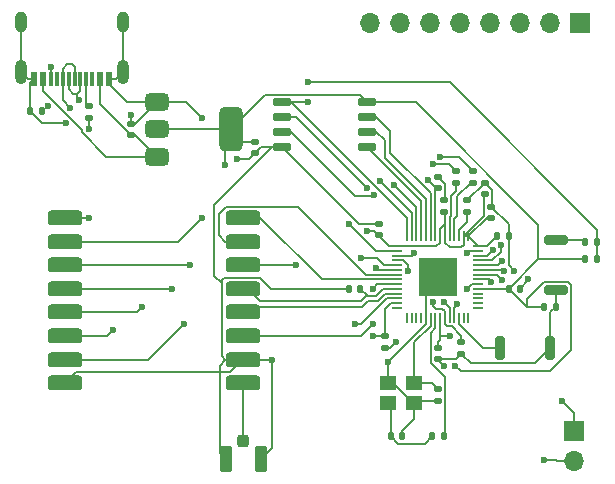
<source format=gbr>
%TF.GenerationSoftware,KiCad,Pcbnew,8.0.4*%
%TF.CreationDate,2024-07-31T14:07:18-04:00*%
%TF.ProjectId,board,626f6172-642e-46b6-9963-61645f706362,rev?*%
%TF.SameCoordinates,Original*%
%TF.FileFunction,Copper,L1,Top*%
%TF.FilePolarity,Positive*%
%FSLAX46Y46*%
G04 Gerber Fmt 4.6, Leading zero omitted, Abs format (unit mm)*
G04 Created by KiCad (PCBNEW 8.0.4) date 2024-07-31 14:07:18*
%MOMM*%
%LPD*%
G01*
G04 APERTURE LIST*
G04 Aperture macros list*
%AMRoundRect*
0 Rectangle with rounded corners*
0 $1 Rounding radius*
0 $2 $3 $4 $5 $6 $7 $8 $9 X,Y pos of 4 corners*
0 Add a 4 corners polygon primitive as box body*
4,1,4,$2,$3,$4,$5,$6,$7,$8,$9,$2,$3,0*
0 Add four circle primitives for the rounded corners*
1,1,$1+$1,$2,$3*
1,1,$1+$1,$4,$5*
1,1,$1+$1,$6,$7*
1,1,$1+$1,$8,$9*
0 Add four rect primitives between the rounded corners*
20,1,$1+$1,$2,$3,$4,$5,0*
20,1,$1+$1,$4,$5,$6,$7,0*
20,1,$1+$1,$6,$7,$8,$9,0*
20,1,$1+$1,$8,$9,$2,$3,0*%
G04 Aperture macros list end*
%TA.AperFunction,ComponentPad*%
%ADD10R,1.700000X1.700000*%
%TD*%
%TA.AperFunction,ComponentPad*%
%ADD11O,1.700000X1.700000*%
%TD*%
%TA.AperFunction,SMDPad,CuDef*%
%ADD12R,1.400000X1.200000*%
%TD*%
%TA.AperFunction,SMDPad,CuDef*%
%ADD13RoundRect,0.317500X-1.157500X-0.317500X1.157500X-0.317500X1.157500X0.317500X-1.157500X0.317500X0*%
%TD*%
%TA.AperFunction,SMDPad,CuDef*%
%ADD14RoundRect,0.375000X-0.625000X-0.375000X0.625000X-0.375000X0.625000X0.375000X-0.625000X0.375000X0*%
%TD*%
%TA.AperFunction,SMDPad,CuDef*%
%ADD15RoundRect,0.500000X-0.500000X-1.400000X0.500000X-1.400000X0.500000X1.400000X-0.500000X1.400000X0*%
%TD*%
%TA.AperFunction,SMDPad,CuDef*%
%ADD16RoundRect,0.200000X0.200000X0.800000X-0.200000X0.800000X-0.200000X-0.800000X0.200000X-0.800000X0*%
%TD*%
%TA.AperFunction,SMDPad,CuDef*%
%ADD17RoundRect,0.200000X0.800000X-0.200000X0.800000X0.200000X-0.800000X0.200000X-0.800000X-0.200000X0*%
%TD*%
%TA.AperFunction,SMDPad,CuDef*%
%ADD18RoundRect,0.135000X0.185000X-0.135000X0.185000X0.135000X-0.185000X0.135000X-0.185000X-0.135000X0*%
%TD*%
%TA.AperFunction,SMDPad,CuDef*%
%ADD19RoundRect,0.135000X-0.135000X-0.185000X0.135000X-0.185000X0.135000X0.185000X-0.135000X0.185000X0*%
%TD*%
%TA.AperFunction,SMDPad,CuDef*%
%ADD20RoundRect,0.135000X0.135000X0.185000X-0.135000X0.185000X-0.135000X-0.185000X0.135000X-0.185000X0*%
%TD*%
%TA.AperFunction,SMDPad,CuDef*%
%ADD21RoundRect,0.250000X-0.250000X0.275000X-0.250000X-0.275000X0.250000X-0.275000X0.250000X0.275000X0*%
%TD*%
%TA.AperFunction,SMDPad,CuDef*%
%ADD22RoundRect,0.250000X-0.275000X0.850000X-0.275000X-0.850000X0.275000X-0.850000X0.275000X0.850000X0*%
%TD*%
%TA.AperFunction,SMDPad,CuDef*%
%ADD23RoundRect,0.140000X0.170000X-0.140000X0.170000X0.140000X-0.170000X0.140000X-0.170000X-0.140000X0*%
%TD*%
%TA.AperFunction,SMDPad,CuDef*%
%ADD24RoundRect,0.140000X0.140000X0.170000X-0.140000X0.170000X-0.140000X-0.170000X0.140000X-0.170000X0*%
%TD*%
%TA.AperFunction,SMDPad,CuDef*%
%ADD25RoundRect,0.140000X-0.140000X-0.170000X0.140000X-0.170000X0.140000X0.170000X-0.140000X0.170000X0*%
%TD*%
%TA.AperFunction,SMDPad,CuDef*%
%ADD26RoundRect,0.140000X-0.170000X0.140000X-0.170000X-0.140000X0.170000X-0.140000X0.170000X0.140000X0*%
%TD*%
%TA.AperFunction,SMDPad,CuDef*%
%ADD27R,0.600000X1.240000*%
%TD*%
%TA.AperFunction,SMDPad,CuDef*%
%ADD28R,0.300000X1.240000*%
%TD*%
%TA.AperFunction,ComponentPad*%
%ADD29O,1.000000X2.100000*%
%TD*%
%TA.AperFunction,ComponentPad*%
%ADD30O,1.000000X1.800000*%
%TD*%
%TA.AperFunction,SMDPad,CuDef*%
%ADD31RoundRect,0.135000X-0.185000X0.135000X-0.185000X-0.135000X0.185000X-0.135000X0.185000X0.135000X0*%
%TD*%
%TA.AperFunction,SMDPad,CuDef*%
%ADD32RoundRect,0.150000X-0.650000X-0.150000X0.650000X-0.150000X0.650000X0.150000X-0.650000X0.150000X0*%
%TD*%
%TA.AperFunction,SMDPad,CuDef*%
%ADD33RoundRect,0.050000X-0.387500X-0.050000X0.387500X-0.050000X0.387500X0.050000X-0.387500X0.050000X0*%
%TD*%
%TA.AperFunction,SMDPad,CuDef*%
%ADD34RoundRect,0.050000X-0.050000X-0.387500X0.050000X-0.387500X0.050000X0.387500X-0.050000X0.387500X0*%
%TD*%
%TA.AperFunction,HeatsinkPad*%
%ADD35R,3.200000X3.200000*%
%TD*%
%TA.AperFunction,ViaPad*%
%ADD36C,0.600000*%
%TD*%
%TA.AperFunction,Conductor*%
%ADD37C,0.200000*%
%TD*%
G04 APERTURE END LIST*
D10*
%TO.P,J3,1,Pin_1*%
%TO.N,Net-(J3-Pin_1)*%
X84040000Y-28500000D03*
D11*
%TO.P,J3,2,Pin_2*%
%TO.N,Net-(J3-Pin_2)*%
X81500000Y-28500000D03*
%TO.P,J3,3,Pin_3*%
%TO.N,Net-(J3-Pin_3)*%
X78960000Y-28500000D03*
%TO.P,J3,4,Pin_4*%
%TO.N,Net-(J3-Pin_4)*%
X76420000Y-28500000D03*
%TO.P,J3,5,Pin_5*%
%TO.N,Net-(J3-Pin_5)*%
X73880000Y-28500000D03*
%TO.P,J3,6,Pin_6*%
%TO.N,Net-(J3-Pin_6)*%
X71340000Y-28500000D03*
%TO.P,J3,7,Pin_7*%
%TO.N,Net-(J3-Pin_7)*%
X68800000Y-28500000D03*
%TO.P,J3,8,Pin_8*%
%TO.N,Net-(J3-Pin_8)*%
X66260000Y-28500000D03*
%TD*%
D12*
%TO.P,Y1,1,1*%
%TO.N,Net-(C15-Pad2)*%
X67800000Y-60700000D03*
%TO.P,Y1,2,2*%
%TO.N,GND*%
X70000000Y-60700000D03*
%TO.P,Y1,3,3*%
%TO.N,Net-(U1-XIN)*%
X70000000Y-59000000D03*
%TO.P,Y1,4,4*%
%TO.N,GND*%
X67800000Y-59000000D03*
%TD*%
D13*
%TO.P,U4,1,GND*%
%TO.N,GND*%
X40450000Y-45000000D03*
%TO.P,U4,2,MISO*%
%TO.N,Net-(U1-GPIO0)*%
X40450000Y-47000000D03*
%TO.P,U4,3,MOSI*%
%TO.N,Net-(U1-GPIO3)*%
X40450000Y-49000000D03*
%TO.P,U4,4,SCK*%
%TO.N,Net-(U1-GPIO2)*%
X40450000Y-51000000D03*
%TO.P,U4,5,NSS*%
%TO.N,Net-(U1-GPIO1)*%
X40450000Y-53000000D03*
%TO.P,U4,6,RESET*%
%TO.N,Net-(U1-GPIO10)*%
X40450000Y-55000000D03*
%TO.P,U4,7,DIO5*%
%TO.N,/DIO5*%
X40450000Y-57000000D03*
%TO.P,U4,8,GND*%
%TO.N,GND*%
X40450000Y-59000000D03*
%TO.P,U4,9,ANT*%
%TO.N,Net-(J1-In)*%
X55500000Y-59000000D03*
%TO.P,U4,10,GND*%
%TO.N,GND*%
X55500000Y-57000000D03*
%TO.P,U4,11,DIO3*%
%TO.N,/DIO3*%
X55500000Y-55000000D03*
%TO.P,U4,12,DIO4*%
%TO.N,/DIO4*%
X55500000Y-53000000D03*
%TO.P,U4,13,3.3V*%
%TO.N,+3V3*%
X55500000Y-51000000D03*
%TO.P,U4,14,DIO0*%
%TO.N,/DIO0*%
X55500000Y-49000000D03*
%TO.P,U4,15,DIO1*%
%TO.N,/DIO1*%
X55500000Y-47000000D03*
%TO.P,U4,16,DIO2*%
%TO.N,/DIO2*%
X55500000Y-45000000D03*
%TD*%
D14*
%TO.P,U3,1,GND*%
%TO.N,GND*%
X48200000Y-35200000D03*
%TO.P,U3,2,VO*%
%TO.N,+3V3*%
X48200000Y-37500000D03*
D15*
X54500000Y-37500000D03*
D14*
%TO.P,U3,3,VI*%
%TO.N,VBUS*%
X48200000Y-39800000D03*
%TD*%
D16*
%TO.P,SW2,1,1*%
%TO.N,GND*%
X81500000Y-56000000D03*
%TO.P,SW2,2,2*%
%TO.N,Net-(U1-RUN)*%
X77300000Y-56000000D03*
%TD*%
D17*
%TO.P,SW1,1,1*%
%TO.N,GND*%
X82000000Y-51100000D03*
%TO.P,SW1,2,2*%
%TO.N,Net-(R6-Pad1)*%
X82000000Y-46900000D03*
%TD*%
D18*
%TO.P,R8,1*%
%TO.N,+3V3*%
X67500000Y-56020000D03*
%TO.P,R8,2*%
%TO.N,Net-(U1-GPIO10)*%
X67500000Y-55000000D03*
%TD*%
D19*
%TO.P,R7,1*%
%TO.N,Net-(C15-Pad2)*%
X71500000Y-63500000D03*
%TO.P,R7,2*%
%TO.N,Net-(U1-XOUT)*%
X72520000Y-63500000D03*
%TD*%
%TO.P,R6,1*%
%TO.N,Net-(R6-Pad1)*%
X84480000Y-47000000D03*
%TO.P,R6,2*%
%TO.N,Net-(U1-QSPI_SS)*%
X85500000Y-47000000D03*
%TD*%
D20*
%TO.P,R5,1*%
%TO.N,Net-(U1-QSPI_SS)*%
X85510000Y-48500000D03*
%TO.P,R5,2*%
%TO.N,+3V3*%
X84490000Y-48500000D03*
%TD*%
D10*
%TO.P,J2,1,Pin_1*%
%TO.N,Net-(J2-Pin_1)*%
X83500000Y-63040000D03*
D11*
%TO.P,J2,2,Pin_2*%
%TO.N,Net-(J2-Pin_2)*%
X83500000Y-65580000D03*
%TD*%
D21*
%TO.P,J1,1,In*%
%TO.N,Net-(J1-In)*%
X55525000Y-63925000D03*
D22*
%TO.P,J1,2,Ext*%
%TO.N,GND*%
X57000000Y-65450000D03*
X54050000Y-65450000D03*
%TD*%
D23*
%TO.P,C16,1*%
%TO.N,GND*%
X72000000Y-60480000D03*
%TO.P,C16,2*%
%TO.N,Net-(U1-XIN)*%
X72000000Y-59520000D03*
%TD*%
D24*
%TO.P,C15,1*%
%TO.N,GND*%
X69000000Y-63500000D03*
%TO.P,C15,2*%
%TO.N,Net-(C15-Pad2)*%
X68040000Y-63500000D03*
%TD*%
D25*
%TO.P,C14,1*%
%TO.N,+3V3*%
X81020000Y-52500000D03*
%TO.P,C14,2*%
%TO.N,GND*%
X81980000Y-52500000D03*
%TD*%
D26*
%TO.P,C13,1*%
%TO.N,+3V3*%
X56500000Y-38540000D03*
%TO.P,C13,2*%
%TO.N,GND*%
X56500000Y-39500000D03*
%TD*%
D23*
%TO.P,C12,1*%
%TO.N,VBUS*%
X46000000Y-37980000D03*
%TO.P,C12,2*%
%TO.N,GND*%
X46000000Y-37020000D03*
%TD*%
D27*
%TO.P,P1,A1,GND*%
%TO.N,GND*%
X44200000Y-33225000D03*
%TO.P,P1,A4,VBUS*%
%TO.N,VBUS*%
X43400000Y-33225000D03*
D28*
%TO.P,P1,A5,CC1*%
%TO.N,Net-(P1-CC1)*%
X42250000Y-33225000D03*
%TO.P,P1,A6,D+*%
%TO.N,Net-(P1-D+-PadA6)*%
X41250000Y-33225000D03*
%TO.P,P1,A7,D-*%
%TO.N,Net-(P1-D--PadA7)*%
X40750000Y-33225000D03*
%TO.P,P1,A8*%
%TO.N,N/C*%
X39750000Y-33225000D03*
D27*
%TO.P,P1,A9,VBUS*%
%TO.N,VBUS*%
X38600000Y-33225000D03*
%TO.P,P1,A12,GND*%
%TO.N,GND*%
X37800000Y-33225000D03*
%TO.P,P1,B1,GND*%
X37800000Y-33225000D03*
%TO.P,P1,B4,VBUS*%
%TO.N,VBUS*%
X38600000Y-33225000D03*
D28*
%TO.P,P1,B5,CC2*%
%TO.N,Net-(P1-CC2)*%
X39250000Y-33225000D03*
%TO.P,P1,B6,D+*%
%TO.N,Net-(P1-D+-PadA6)*%
X40250000Y-33225000D03*
%TO.P,P1,B7,D-*%
%TO.N,Net-(P1-D--PadA7)*%
X41750000Y-33225000D03*
%TO.P,P1,B8*%
%TO.N,N/C*%
X42750000Y-33225000D03*
D27*
%TO.P,P1,B9,VBUS*%
%TO.N,VBUS*%
X43400000Y-33225000D03*
%TO.P,P1,B12,GND*%
%TO.N,GND*%
X44200000Y-33225000D03*
D29*
%TO.P,P1,S1,SHIELD*%
X45320000Y-32625000D03*
D30*
X45320000Y-28425000D03*
D29*
X36680000Y-32625000D03*
D30*
X36680000Y-28425000D03*
%TD*%
D20*
%TO.P,R4,2*%
%TO.N,GND*%
X37480000Y-35980000D03*
%TO.P,R4,1*%
%TO.N,Net-(P1-CC2)*%
X38500000Y-35980000D03*
%TD*%
D31*
%TO.P,R3,1*%
%TO.N,Net-(P1-CC1)*%
X42500000Y-35490000D03*
%TO.P,R3,2*%
%TO.N,GND*%
X42500000Y-36510000D03*
%TD*%
%TO.P,R2,1*%
%TO.N,Net-(P1-D+-PadA6)*%
X73510000Y-40990000D03*
%TO.P,R2,2*%
%TO.N,Net-(U1-USB_DP)*%
X73510000Y-42010000D03*
%TD*%
%TO.P,R1,1*%
%TO.N,Net-(P1-D--PadA7)*%
X75000000Y-40990000D03*
%TO.P,R1,2*%
%TO.N,Net-(U1-USB_DM)*%
X75000000Y-42010000D03*
%TD*%
D23*
%TO.P,C11,1*%
%TO.N,+1V1*%
X74500000Y-44480000D03*
%TO.P,C11,2*%
%TO.N,GND*%
X74500000Y-43520000D03*
%TD*%
%TO.P,C10,1*%
%TO.N,+1V1*%
X72000000Y-42480000D03*
%TO.P,C10,2*%
%TO.N,GND*%
X72000000Y-41520000D03*
%TD*%
D26*
%TO.P,C9,1*%
%TO.N,+1V1*%
X74000000Y-55520000D03*
%TO.P,C9,2*%
%TO.N,GND*%
X74000000Y-56480000D03*
%TD*%
D23*
%TO.P,C8,1*%
%TO.N,+3V3*%
X76000000Y-43000000D03*
%TO.P,C8,2*%
%TO.N,GND*%
X76000000Y-42040000D03*
%TD*%
D26*
%TO.P,C7,1*%
%TO.N,GND*%
X76500000Y-44040000D03*
%TO.P,C7,2*%
%TO.N,+3V3*%
X76500000Y-45000000D03*
%TD*%
%TO.P,C6,1*%
%TO.N,GND*%
X72500000Y-43520000D03*
%TO.P,C6,2*%
%TO.N,+3V3*%
X72500000Y-44480000D03*
%TD*%
%TO.P,C5,1*%
%TO.N,GND*%
X67000000Y-45520000D03*
%TO.P,C5,2*%
%TO.N,+3V3*%
X67000000Y-46480000D03*
%TD*%
D25*
%TO.P,C4,2*%
%TO.N,+3V3*%
X65460000Y-51000000D03*
%TO.P,C4,1*%
%TO.N,GND*%
X64500000Y-51000000D03*
%TD*%
D23*
%TO.P,C3,1*%
%TO.N,GND*%
X72000000Y-56960000D03*
%TO.P,C3,2*%
%TO.N,+3V3*%
X72000000Y-56000000D03*
%TD*%
D24*
%TO.P,C2,1*%
%TO.N,GND*%
X78980000Y-51000000D03*
%TO.P,C2,2*%
%TO.N,+3V3*%
X78020000Y-51000000D03*
%TD*%
%TO.P,C1,1*%
%TO.N,GND*%
X78000000Y-46500000D03*
%TO.P,C1,2*%
%TO.N,+3V3*%
X77040000Y-46500000D03*
%TD*%
D32*
%TO.P,U2,1,~{CS}*%
%TO.N,Net-(U1-QSPI_SS)*%
X58800000Y-35190000D03*
%TO.P,U2,2,DO(IO1)*%
%TO.N,Net-(U1-QSPI_SD1)*%
X58800000Y-36460000D03*
%TO.P,U2,3,IO2*%
%TO.N,Net-(U1-QSPI_SD2)*%
X58800000Y-37730000D03*
%TO.P,U2,4,GND*%
%TO.N,GND*%
X58800000Y-39000000D03*
%TO.P,U2,5,DI(IO0)*%
%TO.N,Net-(U1-QSPI_SD0)*%
X66000000Y-39000000D03*
%TO.P,U2,6,CLK*%
%TO.N,Net-(U1-QSPI_SCLK)*%
X66000000Y-37730000D03*
%TO.P,U2,7,IO3*%
%TO.N,Net-(U1-QSPI_SD3)*%
X66000000Y-36460000D03*
%TO.P,U2,8,VCC*%
%TO.N,+3V3*%
X66000000Y-35190000D03*
%TD*%
D33*
%TO.P,U1,1,IOVDD*%
%TO.N,+3V3*%
X68562500Y-47400000D03*
%TO.P,U1,2,GPIO0*%
%TO.N,Net-(U1-GPIO0)*%
X68562500Y-47800000D03*
%TO.P,U1,3,GPIO1*%
%TO.N,Net-(U1-GPIO1)*%
X68562500Y-48200000D03*
%TO.P,U1,4,GPIO2*%
%TO.N,Net-(U1-GPIO2)*%
X68562500Y-48600000D03*
%TO.P,U1,5,GPIO3*%
%TO.N,Net-(U1-GPIO3)*%
X68562500Y-49000000D03*
%TO.P,U1,6,GPIO4*%
%TO.N,/DIO0*%
X68562500Y-49400000D03*
%TO.P,U1,7,GPIO5*%
%TO.N,/DIO1*%
X68562500Y-49800000D03*
%TO.P,U1,8,GPIO6*%
%TO.N,/DIO2*%
X68562500Y-50200000D03*
%TO.P,U1,9,GPIO7*%
%TO.N,/DIO3*%
X68562500Y-50600000D03*
%TO.P,U1,10,IOVDD*%
%TO.N,+3V3*%
X68562500Y-51000000D03*
%TO.P,U1,11,GPIO8*%
%TO.N,/DIO4*%
X68562500Y-51400000D03*
%TO.P,U1,12,GPIO9*%
%TO.N,/DIO5*%
X68562500Y-51800000D03*
%TO.P,U1,13,GPIO10*%
%TO.N,Net-(U1-GPIO10)*%
X68562500Y-52200000D03*
%TO.P,U1,14,GPIO11*%
%TO.N,unconnected-(U1-GPIO11-Pad14)*%
X68562500Y-52600000D03*
D34*
%TO.P,U1,15,GPIO12*%
%TO.N,unconnected-(U1-GPIO12-Pad15)*%
X69400000Y-53437500D03*
%TO.P,U1,16,GPIO13*%
%TO.N,unconnected-(U1-GPIO13-Pad16)*%
X69800000Y-53437500D03*
%TO.P,U1,17,GPIO14*%
%TO.N,unconnected-(U1-GPIO14-Pad17)*%
X70200000Y-53437500D03*
%TO.P,U1,18,GPIO15*%
%TO.N,unconnected-(U1-GPIO15-Pad18)*%
X70600000Y-53437500D03*
%TO.P,U1,19,TESTEN*%
%TO.N,GND*%
X71000000Y-53437500D03*
%TO.P,U1,20,XIN*%
%TO.N,Net-(U1-XIN)*%
X71400000Y-53437500D03*
%TO.P,U1,21,XOUT*%
%TO.N,Net-(U1-XOUT)*%
X71800000Y-53437500D03*
%TO.P,U1,22,IOVDD*%
%TO.N,+3V3*%
X72200000Y-53437500D03*
%TO.P,U1,23,DVDD*%
%TO.N,+1V1*%
X72600000Y-53437500D03*
%TO.P,U1,24,SWCLK*%
%TO.N,Net-(J2-Pin_2)*%
X73000000Y-53437500D03*
%TO.P,U1,25,SWD*%
%TO.N,Net-(J2-Pin_1)*%
X73400000Y-53437500D03*
%TO.P,U1,26,RUN*%
%TO.N,Net-(U1-RUN)*%
X73800000Y-53437500D03*
%TO.P,U1,27,GPIO16*%
%TO.N,unconnected-(U1-GPIO16-Pad27)*%
X74200000Y-53437500D03*
%TO.P,U1,28,GPIO17*%
%TO.N,unconnected-(U1-GPIO17-Pad28)*%
X74600000Y-53437500D03*
D33*
%TO.P,U1,29,GPIO18*%
%TO.N,unconnected-(U1-GPIO18-Pad29)*%
X75437500Y-52600000D03*
%TO.P,U1,30,GPIO19*%
%TO.N,unconnected-(U1-GPIO19-Pad30)*%
X75437500Y-52200000D03*
%TO.P,U1,31,GPIO20*%
%TO.N,unconnected-(U1-GPIO20-Pad31)*%
X75437500Y-51800000D03*
%TO.P,U1,32,GPIO21*%
%TO.N,unconnected-(U1-GPIO21-Pad32)*%
X75437500Y-51400000D03*
%TO.P,U1,33,IOVDD*%
%TO.N,+3V3*%
X75437500Y-51000000D03*
%TO.P,U1,34,GPIO22*%
%TO.N,Net-(J3-Pin_1)*%
X75437500Y-50600000D03*
%TO.P,U1,35,GPIO23*%
%TO.N,Net-(J3-Pin_2)*%
X75437500Y-50200000D03*
%TO.P,U1,36,GPIO24*%
%TO.N,Net-(J3-Pin_3)*%
X75437500Y-49800000D03*
%TO.P,U1,37,GPIO25*%
%TO.N,Net-(J3-Pin_4)*%
X75437500Y-49400000D03*
%TO.P,U1,38,GPIO26_ADC0*%
%TO.N,Net-(J3-Pin_5)*%
X75437500Y-49000000D03*
%TO.P,U1,39,GPIO27_ADC1*%
%TO.N,Net-(J3-Pin_6)*%
X75437500Y-48600000D03*
%TO.P,U1,40,GPIO28_ADC2*%
%TO.N,Net-(J3-Pin_7)*%
X75437500Y-48200000D03*
%TO.P,U1,41,GPIO29_ADC3*%
%TO.N,Net-(J3-Pin_8)*%
X75437500Y-47800000D03*
%TO.P,U1,42,IOVDD*%
%TO.N,+3V3*%
X75437500Y-47400000D03*
D34*
%TO.P,U1,43,ADC_AVDD*%
X74600000Y-46562500D03*
%TO.P,U1,44,VREG_IN*%
X74200000Y-46562500D03*
%TO.P,U1,45,VREG_VOUT*%
%TO.N,+1V1*%
X73800000Y-46562500D03*
%TO.P,U1,46,USB_DM*%
%TO.N,Net-(U1-USB_DM)*%
X73400000Y-46562500D03*
%TO.P,U1,47,USB_DP*%
%TO.N,Net-(U1-USB_DP)*%
X73000000Y-46562500D03*
%TO.P,U1,48,USB_VDD*%
%TO.N,+3V3*%
X72600000Y-46562500D03*
%TO.P,U1,49,IOVDD*%
X72200000Y-46562500D03*
%TO.P,U1,50,DVDD*%
%TO.N,+1V1*%
X71800000Y-46562500D03*
%TO.P,U1,51,QSPI_SD3*%
%TO.N,Net-(U1-QSPI_SD3)*%
X71400000Y-46562500D03*
%TO.P,U1,52,QSPI_SCLK*%
%TO.N,Net-(U1-QSPI_SCLK)*%
X71000000Y-46562500D03*
%TO.P,U1,53,QSPI_SD0*%
%TO.N,Net-(U1-QSPI_SD0)*%
X70600000Y-46562500D03*
%TO.P,U1,54,QSPI_SD2*%
%TO.N,Net-(U1-QSPI_SD2)*%
X70200000Y-46562500D03*
%TO.P,U1,55,QSPI_SD1*%
%TO.N,Net-(U1-QSPI_SD1)*%
X69800000Y-46562500D03*
%TO.P,U1,56,QSPI_SS*%
%TO.N,Net-(U1-QSPI_SS)*%
X69400000Y-46562500D03*
D35*
%TO.P,U1,57,GND*%
%TO.N,GND*%
X72000000Y-50000000D03*
%TD*%
D36*
%TO.N,Net-(J3-Pin_1)*%
X74500000Y-51000000D03*
%TO.N,Net-(J3-Pin_2)*%
X76500000Y-50400000D03*
%TO.N,Net-(J3-Pin_3)*%
X77443125Y-50249468D03*
%TO.N,Net-(J3-Pin_4)*%
X77620951Y-49469480D03*
%TO.N,Net-(J3-Pin_5)*%
X77400000Y-48685586D03*
%TO.N,Net-(J3-Pin_6)*%
X77379002Y-47280579D03*
%TO.N,Net-(J3-Pin_7)*%
X76694265Y-47694265D03*
%TO.N,Net-(J3-Pin_8)*%
X74500000Y-48000000D03*
%TO.N,Net-(U1-QSPI_SS)*%
X61000000Y-35190000D03*
X61000000Y-33500000D03*
%TO.N,+3V3*%
X73500000Y-57560000D03*
X66000000Y-46120000D03*
X54000000Y-40500000D03*
%TO.N,+1V1*%
X71600000Y-52100002D03*
X71174265Y-41825735D03*
%TO.N,GND*%
X55000000Y-40000000D03*
X52000000Y-36500000D03*
X46000000Y-36251468D03*
%TO.N,/DIO5*%
X65000000Y-54000000D03*
X50500000Y-54000000D03*
%TO.N,Net-(U1-GPIO10)*%
X66500000Y-55000000D03*
X44500000Y-54500000D03*
%TO.N,Net-(U1-GPIO1)*%
X70000000Y-48000000D03*
X47000000Y-52500000D03*
%TO.N,Net-(U1-GPIO2)*%
X69500000Y-49500000D03*
X49500000Y-51000000D03*
%TO.N,Net-(U1-GPIO3)*%
X65500000Y-48400000D03*
X51000000Y-49000000D03*
%TO.N,Net-(U1-GPIO0)*%
X64475735Y-45524265D03*
X52000000Y-45000000D03*
%TO.N,GND*%
X72500000Y-57500000D03*
%TO.N,Net-(J2-Pin_1)*%
X82500000Y-60500000D03*
X73674265Y-52325735D03*
%TO.N,Net-(J2-Pin_2)*%
X81000000Y-65500000D03*
X72500000Y-52100002D03*
%TO.N,Net-(P1-D--PadA7)*%
X72159951Y-39805736D03*
X41627746Y-35051468D03*
%TO.N,Net-(P1-D+-PadA6)*%
X40848527Y-35651468D03*
X71594264Y-40405736D03*
%TO.N,GND*%
X79684265Y-50184265D03*
X78500000Y-49500000D03*
%TO.N,+3V3*%
X73000000Y-55000000D03*
X68500000Y-55500000D03*
%TO.N,GND*%
X67800000Y-57171360D03*
X58000000Y-57000000D03*
X42500000Y-45000000D03*
X42500000Y-37500000D03*
%TO.N,Net-(P1-CC2)*%
X39222953Y-32223289D03*
X39000000Y-35500000D03*
%TO.N,/DIO3*%
X66500000Y-51000000D03*
X66500000Y-54000000D03*
%TO.N,/DIO0*%
X66774265Y-49200000D03*
X60000000Y-49000000D03*
%TO.N,Net-(U1-QSPI_SD2)*%
X68303529Y-42196471D03*
X66569206Y-43095996D03*
%TO.N,Net-(U1-QSPI_SD1)*%
X66000000Y-42500000D03*
X67129264Y-41870736D03*
%TO.N,GND*%
X40500000Y-37000000D03*
%TD*%
D37*
%TO.N,Net-(J3-Pin_1)*%
X74900000Y-50600000D02*
X74500000Y-51000000D01*
X75437500Y-50600000D02*
X74900000Y-50600000D01*
%TO.N,Net-(J3-Pin_2)*%
X76300000Y-50200000D02*
X76500000Y-50400000D01*
X75437500Y-50200000D02*
X76300000Y-50200000D01*
%TO.N,Net-(J3-Pin_3)*%
X76993657Y-49800000D02*
X77443125Y-50249468D01*
X75437500Y-49800000D02*
X76993657Y-49800000D01*
%TO.N,Net-(J3-Pin_4)*%
X77551471Y-49400000D02*
X77620951Y-49469480D01*
X75437500Y-49400000D02*
X77551471Y-49400000D01*
%TO.N,Net-(J3-Pin_5)*%
X77085586Y-49000000D02*
X77400000Y-48685586D01*
X75437500Y-49000000D02*
X77085586Y-49000000D01*
%TO.N,Net-(J3-Pin_6)*%
X77379002Y-47858057D02*
X77379002Y-47280579D01*
X76637059Y-48600000D02*
X77379002Y-47858057D01*
X75437500Y-48600000D02*
X76637059Y-48600000D01*
%TO.N,Net-(J3-Pin_7)*%
X76188530Y-48200000D02*
X76694265Y-47694265D01*
X75437500Y-48200000D02*
X76188530Y-48200000D01*
%TO.N,Net-(J3-Pin_8)*%
X74700000Y-47800000D02*
X74500000Y-48000000D01*
X75437500Y-47800000D02*
X74700000Y-47800000D01*
%TO.N,+3V3*%
X80520000Y-45571076D02*
X70138924Y-35190000D01*
X80520000Y-48500000D02*
X80520000Y-45571076D01*
X70138924Y-35190000D02*
X66000000Y-35190000D01*
%TO.N,Net-(U1-QSPI_SS)*%
X61000000Y-35190000D02*
X58800000Y-35190000D01*
X73000000Y-33500000D02*
X61000000Y-33500000D01*
X85500000Y-46000000D02*
X73000000Y-33500000D01*
%TO.N,GND*%
X36680000Y-32625000D02*
X36680000Y-28425000D01*
X45320000Y-32625000D02*
X45320000Y-28425000D01*
%TO.N,+3V3*%
X73940000Y-58000000D02*
X73500000Y-57560000D01*
X81500000Y-58000000D02*
X73940000Y-58000000D01*
X83300000Y-50687352D02*
X83300000Y-56200000D01*
X80987352Y-50400000D02*
X83012648Y-50400000D01*
X83012648Y-50400000D02*
X83300000Y-50687352D01*
X79520000Y-51867352D02*
X80987352Y-50400000D01*
X83300000Y-56200000D02*
X81500000Y-58000000D01*
X79520000Y-52500000D02*
X79520000Y-51867352D01*
X66640000Y-46120000D02*
X67000000Y-46480000D01*
X66000000Y-46120000D02*
X66640000Y-46120000D01*
X54500000Y-37500000D02*
X54000000Y-38000000D01*
X54000000Y-38000000D02*
X54000000Y-40500000D01*
%TO.N,+1V1*%
X72600000Y-52903640D02*
X72600000Y-53437500D01*
X71862500Y-52700000D02*
X72396360Y-52700000D01*
X71600000Y-52437500D02*
X71862500Y-52700000D01*
X71600000Y-52100002D02*
X71600000Y-52437500D01*
X72396360Y-52700000D02*
X72600000Y-52903640D01*
X71828530Y-42480000D02*
X71174265Y-41825735D01*
X72000000Y-42480000D02*
X71828530Y-42480000D01*
%TO.N,Net-(U1-QSPI_SD3)*%
X66799999Y-36460000D02*
X66000000Y-36460000D01*
X68000000Y-39500000D02*
X68000000Y-37660001D01*
X68000000Y-37660001D02*
X66799999Y-36460000D01*
X71400000Y-42900000D02*
X71400000Y-46562500D01*
X68000000Y-39500000D02*
X71400000Y-42900000D01*
%TO.N,Net-(U1-QSPI_SCLK)*%
X71000000Y-43434314D02*
X71000000Y-46562500D01*
X67500000Y-39934314D02*
X71000000Y-43434314D01*
X67500000Y-38430001D02*
X67500000Y-39934314D01*
X66799999Y-37730000D02*
X67500000Y-38430001D01*
X66000000Y-37730000D02*
X66799999Y-37730000D01*
%TO.N,+3V3*%
X74600000Y-46562500D02*
X75437500Y-47400000D01*
X74200000Y-46562500D02*
X74600000Y-46562500D01*
X74200000Y-47300000D02*
X74200000Y-46562500D01*
X73003640Y-47500000D02*
X74000000Y-47500000D01*
X74000000Y-47500000D02*
X74200000Y-47300000D01*
X72600000Y-47096360D02*
X73003640Y-47500000D01*
X72600000Y-46562500D02*
X72600000Y-47096360D01*
X71896360Y-47400000D02*
X72200000Y-47096360D01*
X68562500Y-47400000D02*
X71896360Y-47400000D01*
X72200000Y-47096360D02*
X72200000Y-46562500D01*
%TO.N,GND*%
X57000000Y-39000000D02*
X56500000Y-39500000D01*
X58800000Y-39000000D02*
X57000000Y-39000000D01*
X56000000Y-40000000D02*
X56500000Y-39500000D01*
X50700000Y-35200000D02*
X52000000Y-36500000D01*
X55000000Y-40000000D02*
X56000000Y-40000000D01*
X48200000Y-35200000D02*
X50700000Y-35200000D01*
X46000000Y-36251468D02*
X46000000Y-37020000D01*
X41385000Y-58065000D02*
X54435000Y-58065000D01*
X40450000Y-59000000D02*
X41385000Y-58065000D01*
X54435000Y-58065000D02*
X55500000Y-57000000D01*
%TO.N,/DIO5*%
X67700000Y-51800000D02*
X68562500Y-51800000D01*
X65000000Y-54000000D02*
X65500000Y-54000000D01*
X65500000Y-54000000D02*
X67700000Y-51800000D01*
%TO.N,/DIO4*%
X67514215Y-51400000D02*
X68562500Y-51400000D01*
X66065686Y-52000000D02*
X66914215Y-52000000D01*
X66914215Y-52000000D02*
X67514215Y-51400000D01*
X65565686Y-52500000D02*
X66065686Y-52000000D01*
X56000000Y-52500000D02*
X65565686Y-52500000D01*
X55500000Y-53000000D02*
X56000000Y-52500000D01*
%TO.N,+3V3*%
X67348529Y-51000000D02*
X68562500Y-51000000D01*
X66748529Y-51600000D02*
X67348529Y-51000000D01*
X66060000Y-51600000D02*
X66748529Y-51600000D01*
X65460000Y-51000000D02*
X66060000Y-51600000D01*
X65500000Y-52000000D02*
X65980000Y-51520000D01*
X56978278Y-52000000D02*
X65500000Y-52000000D01*
X55978278Y-51000000D02*
X56978278Y-52000000D01*
X55500000Y-51000000D02*
X55978278Y-51000000D01*
%TO.N,GND*%
X53725000Y-50275000D02*
X53725000Y-50500000D01*
X53935000Y-50065000D02*
X53725000Y-50275000D01*
X56913278Y-50065000D02*
X53935000Y-50065000D01*
X57848278Y-51000000D02*
X56913278Y-50065000D01*
X64500000Y-51000000D02*
X57848278Y-51000000D01*
%TO.N,/DIO5*%
X47500000Y-57000000D02*
X50500000Y-54000000D01*
X40450000Y-57000000D02*
X47500000Y-57000000D01*
%TO.N,Net-(U1-GPIO10)*%
X66500000Y-55000000D02*
X67500000Y-55000000D01*
X44000000Y-55000000D02*
X44500000Y-54500000D01*
X40450000Y-55000000D02*
X44000000Y-55000000D01*
%TO.N,Net-(U1-GPIO1)*%
X69800000Y-48200000D02*
X68562500Y-48200000D01*
X70000000Y-48000000D02*
X69800000Y-48200000D01*
X40450000Y-53000000D02*
X46500000Y-53000000D01*
X46500000Y-53000000D02*
X47000000Y-52500000D01*
%TO.N,Net-(U1-GPIO2)*%
X69500000Y-49500000D02*
X69500000Y-49003640D01*
X69500000Y-49003640D02*
X69096360Y-48600000D01*
X69096360Y-48600000D02*
X68562500Y-48600000D01*
X40450000Y-51000000D02*
X49500000Y-51000000D01*
%TO.N,Net-(U1-GPIO3)*%
X67422794Y-49000000D02*
X68562500Y-49000000D01*
X66822794Y-48400000D02*
X67422794Y-49000000D01*
X65500000Y-48400000D02*
X66822794Y-48400000D01*
X40450000Y-49000000D02*
X51000000Y-49000000D01*
%TO.N,Net-(U1-GPIO0)*%
X66751470Y-47800000D02*
X68562500Y-47800000D01*
X64475735Y-45524265D02*
X66751470Y-47800000D01*
X50000000Y-47000000D02*
X52000000Y-45000000D01*
X40450000Y-47000000D02*
X50000000Y-47000000D01*
%TO.N,GND*%
X72000000Y-57000000D02*
X72500000Y-57500000D01*
X72000000Y-56960000D02*
X72000000Y-57000000D01*
%TO.N,Net-(J2-Pin_1)*%
X83500000Y-61500000D02*
X83500000Y-63040000D01*
X82500000Y-60500000D02*
X83500000Y-61500000D01*
X73400000Y-52600000D02*
X73674265Y-52325735D01*
X73400000Y-53437500D02*
X73400000Y-52600000D01*
%TO.N,Net-(J2-Pin_2)*%
X73000000Y-53437500D02*
X73000000Y-52600002D01*
X73000000Y-52600002D02*
X72500000Y-52100002D01*
X82080000Y-65580000D02*
X83500000Y-65580000D01*
X82000000Y-65500000D02*
X82080000Y-65580000D01*
X81000000Y-65500000D02*
X82000000Y-65500000D01*
%TO.N,GND*%
X74520000Y-43520000D02*
X76000000Y-42040000D01*
X74500000Y-43520000D02*
X74520000Y-43520000D01*
X76610000Y-42650000D02*
X76610000Y-43930000D01*
X76610000Y-43930000D02*
X76500000Y-44040000D01*
X76000000Y-42040000D02*
X76610000Y-42650000D01*
%TO.N,+3V3*%
X75890000Y-43110000D02*
X76000000Y-43000000D01*
X74200000Y-46562500D02*
X75890000Y-44872500D01*
X75890000Y-44872500D02*
X75890000Y-43110000D01*
%TO.N,GND*%
X78000000Y-45540000D02*
X76500000Y-44040000D01*
X78000000Y-46500000D02*
X78000000Y-45540000D01*
%TO.N,+3V3*%
X76162500Y-45000000D02*
X76500000Y-45000000D01*
X74600000Y-46562500D02*
X76162500Y-45000000D01*
%TO.N,Net-(P1-D--PadA7)*%
X41500000Y-34923722D02*
X41500000Y-34500000D01*
X41627746Y-35051468D02*
X41500000Y-34923722D01*
X73815736Y-39805736D02*
X72159951Y-39805736D01*
X75000000Y-40990000D02*
X73815736Y-39805736D01*
X41750000Y-34250000D02*
X41750000Y-33225000D01*
X41500000Y-34500000D02*
X41750000Y-34250000D01*
X40750000Y-34095000D02*
X41155000Y-34500000D01*
X40750000Y-33225000D02*
X40750000Y-34095000D01*
X41155000Y-34500000D02*
X41500000Y-34500000D01*
%TO.N,Net-(P1-D+-PadA6)*%
X41250000Y-32250000D02*
X41250000Y-33225000D01*
X41000000Y-32000000D02*
X41250000Y-32250000D01*
X40605000Y-32000000D02*
X41000000Y-32000000D01*
X40250000Y-32355000D02*
X40605000Y-32000000D01*
X40250000Y-33225000D02*
X40250000Y-32355000D01*
X40250000Y-35052941D02*
X40250000Y-33225000D01*
X40848527Y-35651468D02*
X40250000Y-35052941D01*
X72925736Y-40405736D02*
X71594264Y-40405736D01*
X73510000Y-40990000D02*
X72925736Y-40405736D01*
%TO.N,Net-(U1-USB_DM)*%
X74775686Y-42010000D02*
X75000000Y-42010000D01*
X73642843Y-44838977D02*
X73642843Y-43142843D01*
X73400000Y-45081820D02*
X73642843Y-44838977D01*
X73642843Y-43142843D02*
X74775686Y-42010000D01*
X73400000Y-46562500D02*
X73400000Y-45081820D01*
%TO.N,Net-(U1-USB_DP)*%
X73110000Y-43110000D02*
X73510000Y-42710000D01*
X73110000Y-44806134D02*
X73110000Y-43110000D01*
X73000000Y-44916134D02*
X73110000Y-44806134D01*
X73510000Y-42710000D02*
X73510000Y-42010000D01*
X73000000Y-46562500D02*
X73000000Y-44916134D01*
%TO.N,+1V1*%
X74500000Y-45328640D02*
X74500000Y-44480000D01*
X73800000Y-46028640D02*
X74500000Y-45328640D01*
X73800000Y-46562500D02*
X73800000Y-46028640D01*
%TO.N,GND*%
X53100000Y-49875000D02*
X53725000Y-50500000D01*
X58800000Y-39000000D02*
X58000001Y-39000000D01*
X58000001Y-39000000D02*
X53100000Y-43900001D01*
X53100000Y-43900001D02*
X53100000Y-49875000D01*
X53725000Y-50500000D02*
X53725000Y-56700000D01*
X65320000Y-45520000D02*
X67000000Y-45520000D01*
X58800000Y-39000000D02*
X65320000Y-45520000D01*
%TO.N,+3V3*%
X55540000Y-38540000D02*
X54500000Y-37500000D01*
X56500000Y-38540000D02*
X55540000Y-38540000D01*
%TO.N,GND*%
X80200000Y-57300000D02*
X81500000Y-56000000D01*
X74820000Y-57300000D02*
X80200000Y-57300000D01*
X74000000Y-56480000D02*
X74820000Y-57300000D01*
X73520000Y-56960000D02*
X74000000Y-56480000D01*
X72000000Y-56960000D02*
X73520000Y-56960000D01*
%TO.N,+1V1*%
X72600000Y-53971360D02*
X72600000Y-53437500D01*
X73196360Y-54175000D02*
X72803640Y-54175000D01*
X74000000Y-54978640D02*
X73196360Y-54175000D01*
X72803640Y-54175000D02*
X72600000Y-53971360D01*
X74000000Y-55520000D02*
X74000000Y-54978640D01*
%TO.N,GND*%
X79684265Y-50295735D02*
X78980000Y-51000000D01*
X78000000Y-49000000D02*
X78500000Y-49500000D01*
X78000000Y-46500000D02*
X78000000Y-49000000D01*
X79684265Y-50184265D02*
X79684265Y-50295735D01*
X72610000Y-43410000D02*
X72500000Y-43520000D01*
X72610000Y-42130000D02*
X72610000Y-43410000D01*
X72000000Y-41520000D02*
X72610000Y-42130000D01*
%TO.N,+1V1*%
X71800000Y-42680000D02*
X71800000Y-46562500D01*
X72000000Y-42480000D02*
X71800000Y-42680000D01*
%TO.N,+3V3*%
X73000000Y-55000000D02*
X72200000Y-55000000D01*
X72200000Y-55000000D02*
X72200000Y-53437500D01*
X72200000Y-55300000D02*
X72200000Y-55000000D01*
X67980000Y-56020000D02*
X68500000Y-55500000D01*
X67500000Y-56020000D02*
X67980000Y-56020000D01*
%TO.N,Net-(U1-GPIO10)*%
X67500000Y-52728640D02*
X68028640Y-52200000D01*
X67500000Y-55000000D02*
X67500000Y-52728640D01*
X68028640Y-52200000D02*
X68562500Y-52200000D01*
%TO.N,Net-(U1-RUN)*%
X73800000Y-53971360D02*
X73800000Y-53437500D01*
X75828640Y-56000000D02*
X73800000Y-53971360D01*
X77300000Y-56000000D02*
X75828640Y-56000000D01*
%TO.N,GND*%
X81500000Y-52980000D02*
X81980000Y-52500000D01*
X81500000Y-56000000D02*
X81500000Y-52980000D01*
%TO.N,+3V3*%
X79520000Y-52500000D02*
X78020000Y-51000000D01*
X81020000Y-52500000D02*
X79520000Y-52500000D01*
%TO.N,GND*%
X82000000Y-52500000D02*
X82000000Y-51100000D01*
X81980000Y-52500000D02*
X82000000Y-52500000D01*
X71000000Y-53971360D02*
X71000000Y-53437500D01*
X67800000Y-57171360D02*
X71000000Y-53971360D01*
X67800000Y-59000000D02*
X67800000Y-57171360D01*
X58000000Y-64450000D02*
X58000000Y-57000000D01*
X57000000Y-65450000D02*
X58000000Y-64450000D01*
X58000000Y-57000000D02*
X55500000Y-57000000D01*
%TO.N,/DIO3*%
X66900000Y-50600000D02*
X68562500Y-50600000D01*
X66500000Y-51000000D02*
X66900000Y-50600000D01*
X65500000Y-55000000D02*
X55500000Y-55000000D01*
X66500000Y-54000000D02*
X65500000Y-55000000D01*
%TO.N,/DIO0*%
X66974265Y-49400000D02*
X68562500Y-49400000D01*
X66774265Y-49200000D02*
X66974265Y-49400000D01*
%TO.N,/DIO1*%
X60165000Y-44065000D02*
X65900000Y-49800000D01*
X65900000Y-49800000D02*
X68562500Y-49800000D01*
X53500000Y-44651722D02*
X54086722Y-44065000D01*
X53500000Y-46475000D02*
X53500000Y-44651722D01*
X54025000Y-47000000D02*
X53500000Y-46475000D01*
X55500000Y-47000000D02*
X54025000Y-47000000D01*
X54086722Y-44065000D02*
X60165000Y-44065000D01*
%TO.N,Net-(U1-QSPI_SS)*%
X59599999Y-35190000D02*
X68705000Y-44295000D01*
X85500000Y-47000000D02*
X85500000Y-46000000D01*
X68705000Y-44295000D02*
X69400000Y-44990001D01*
%TO.N,+3V3*%
X80520000Y-48500000D02*
X78020000Y-51000000D01*
X84490000Y-48500000D02*
X80520000Y-48500000D01*
%TO.N,Net-(U1-QSPI_SS)*%
X85500000Y-48490000D02*
X85510000Y-48500000D01*
X85500000Y-47000000D02*
X85500000Y-48490000D01*
%TO.N,Net-(R6-Pad1)*%
X84380000Y-46900000D02*
X84480000Y-47000000D01*
X82000000Y-46900000D02*
X84380000Y-46900000D01*
%TO.N,VBUS*%
X43400000Y-35380000D02*
X46000000Y-37980000D01*
X43400000Y-33225000D02*
X43400000Y-35380000D01*
X43951471Y-39800000D02*
X48200000Y-39800000D01*
X41900000Y-37551471D02*
X41900000Y-37748529D01*
X38600000Y-34251471D02*
X41900000Y-37551471D01*
X38600000Y-33225000D02*
X38600000Y-34251471D01*
X41900000Y-37748529D02*
X43951471Y-39800000D01*
%TO.N,GND*%
X42500000Y-45000000D02*
X40450000Y-45000000D01*
X42500000Y-36510000D02*
X42500000Y-37500000D01*
X37480000Y-33545000D02*
X37800000Y-33225000D01*
X37480000Y-35980000D02*
X37480000Y-33545000D01*
%TO.N,Net-(P1-CC2)*%
X39222953Y-33197953D02*
X39250000Y-33225000D01*
X39222953Y-32223289D02*
X39222953Y-33197953D01*
X38520000Y-35980000D02*
X39000000Y-35500000D01*
X38500000Y-35980000D02*
X38520000Y-35980000D01*
%TO.N,Net-(P1-CC1)*%
X42250000Y-35240000D02*
X42250000Y-33225000D01*
X42500000Y-35490000D02*
X42250000Y-35240000D01*
%TO.N,GND*%
X45700000Y-35200000D02*
X48200000Y-35200000D01*
X44200000Y-33700000D02*
X45700000Y-35200000D01*
X44200000Y-33225000D02*
X44200000Y-33700000D01*
X37280000Y-33225000D02*
X36680000Y-32625000D01*
X37800000Y-33225000D02*
X37280000Y-33225000D01*
X44720000Y-33225000D02*
X45320000Y-32625000D01*
X44200000Y-33225000D02*
X44720000Y-33225000D01*
%TO.N,+3V3*%
X48200000Y-37500000D02*
X54500000Y-37500000D01*
%TO.N,GND*%
X46000000Y-37020000D02*
X46380000Y-37020000D01*
X46380000Y-37020000D02*
X48200000Y-35200000D01*
%TO.N,VBUS*%
X46380000Y-37980000D02*
X48200000Y-39800000D01*
X46000000Y-37980000D02*
X46380000Y-37980000D01*
%TO.N,+3V3*%
X65400000Y-34590000D02*
X66000000Y-35190000D01*
X57410000Y-34590000D02*
X65400000Y-34590000D01*
X54500000Y-37500000D02*
X57410000Y-34590000D01*
%TO.N,Net-(U1-XOUT)*%
X71390000Y-54712732D02*
X71800000Y-54302732D01*
X71390000Y-57286134D02*
X71390000Y-54712732D01*
X71800000Y-54302732D02*
X71800000Y-53437500D01*
X72610000Y-58506134D02*
X71390000Y-57286134D01*
X72610000Y-63410000D02*
X72610000Y-58506134D01*
X72520000Y-63500000D02*
X72610000Y-63410000D01*
%TO.N,Net-(C15-Pad2)*%
X70890000Y-64110000D02*
X71500000Y-63500000D01*
X68650000Y-64110000D02*
X70890000Y-64110000D01*
X68040000Y-63500000D02*
X68650000Y-64110000D01*
%TO.N,Net-(U1-XIN)*%
X71480000Y-59000000D02*
X72000000Y-59520000D01*
X70000000Y-59000000D02*
X71480000Y-59000000D01*
%TO.N,GND*%
X70220000Y-60480000D02*
X70000000Y-60700000D01*
X72000000Y-60480000D02*
X70220000Y-60480000D01*
X70000000Y-62000000D02*
X70000000Y-60700000D01*
X69000000Y-63000000D02*
X70000000Y-62000000D01*
X69000000Y-63500000D02*
X69000000Y-63000000D01*
%TO.N,Net-(C15-Pad2)*%
X68040000Y-60940000D02*
X67800000Y-60700000D01*
X68040000Y-63500000D02*
X68040000Y-60940000D01*
%TO.N,GND*%
X68200000Y-59000000D02*
X67800000Y-59000000D01*
X69900000Y-60700000D02*
X68200000Y-59000000D01*
X70000000Y-60700000D02*
X69900000Y-60700000D01*
%TO.N,+3V3*%
X72000000Y-55500000D02*
X72200000Y-55300000D01*
X72000000Y-56000000D02*
X72000000Y-55500000D01*
%TO.N,Net-(U1-XIN)*%
X71400000Y-54137046D02*
X71400000Y-53437500D01*
X70000000Y-55537046D02*
X71400000Y-54137046D01*
X70000000Y-59000000D02*
X70000000Y-55537046D01*
%TO.N,GND*%
X54025000Y-57000000D02*
X55500000Y-57000000D01*
X53525000Y-64925000D02*
X53525000Y-57500000D01*
X53525000Y-57500000D02*
X54025000Y-57000000D01*
X54050000Y-65450000D02*
X53525000Y-64925000D01*
%TO.N,Net-(J1-In)*%
X55525000Y-63925000D02*
X55525000Y-59025000D01*
X55525000Y-59025000D02*
X55500000Y-59000000D01*
%TO.N,GND*%
X71000000Y-51000000D02*
X72000000Y-50000000D01*
X71000000Y-53437500D02*
X71000000Y-51000000D01*
X53725000Y-56700000D02*
X54025000Y-57000000D01*
%TO.N,/DIO0*%
X55500000Y-49000000D02*
X60000000Y-49000000D01*
%TO.N,/DIO2*%
X62175000Y-50200000D02*
X68562500Y-50200000D01*
X56975000Y-45000000D02*
X62175000Y-50200000D01*
X55500000Y-45000000D02*
X56975000Y-45000000D01*
%TO.N,Net-(U1-QSPI_SD2)*%
X70200000Y-44092942D02*
X70200000Y-46562500D01*
X68303529Y-42196471D02*
X70200000Y-44092942D01*
X59599999Y-37730000D02*
X64969999Y-43100000D01*
X64969999Y-43100000D02*
X66565202Y-43100000D01*
X58800000Y-37730000D02*
X59599999Y-37730000D01*
X66565202Y-43100000D02*
X66569206Y-43095996D01*
%TO.N,Net-(U1-QSPI_SD1)*%
X69800000Y-44541472D02*
X69800000Y-46562500D01*
X67129264Y-41870736D02*
X69800000Y-44541472D01*
X59960000Y-36460000D02*
X66000000Y-42500000D01*
X58800000Y-36460000D02*
X59960000Y-36460000D01*
%TO.N,Net-(U1-QSPI_SS)*%
X69400000Y-44990001D02*
X69400000Y-46562500D01*
X58800000Y-35190000D02*
X59599999Y-35190000D01*
%TO.N,Net-(U1-QSPI_SD0)*%
X70600000Y-43600000D02*
X70600000Y-46562500D01*
X66000000Y-39000000D02*
X70600000Y-43600000D01*
%TO.N,+3V3*%
X68562500Y-47400000D02*
X67900000Y-47400000D01*
X67900000Y-47400000D02*
X67000000Y-46500000D01*
X76140000Y-47400000D02*
X77040000Y-46500000D01*
X75437500Y-47400000D02*
X76140000Y-47400000D01*
X78020000Y-51000000D02*
X75437500Y-51000000D01*
X72600000Y-45500000D02*
X72600000Y-44580000D01*
X72200000Y-45900000D02*
X72600000Y-45500000D01*
X72600000Y-46562500D02*
X72600000Y-45500000D01*
X72200000Y-46562500D02*
X72200000Y-45900000D01*
X72600000Y-44580000D02*
X72500000Y-44480000D01*
%TO.N,unconnected-(U1-GPIO11-Pad14)*%
X68562500Y-52600000D02*
X68500000Y-52600000D01*
%TO.N,GND*%
X37480000Y-35980000D02*
X38500000Y-37000000D01*
X38500000Y-37000000D02*
X40500000Y-37000000D01*
%TD*%
M02*

</source>
